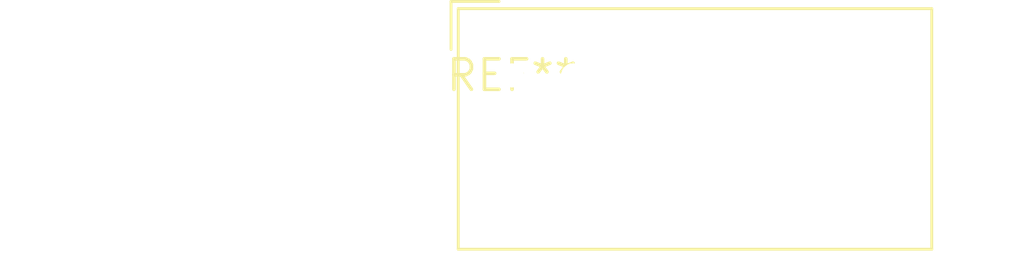
<source format=kicad_pcb>
(kicad_pcb (version 20240108) (generator pcbnew)
  (layers (0 "F.Cu" signal) (31 "B.Cu" signal) (34 "B.Paste" user) (35 "F.Paste" user) (36 "B.SilkS" user "B.Silkscreen") (37 "F.SilkS" user "F.Silkscreen") (38 "B.Mask" user) (39 "F.Mask" user) (44 "Edge.Cuts" user))
  (net 0 "")
  (footprint "Converter_DCDC_Murata_MGJ2DxxxxxxSC_THT" (layer "F.Cu") (at 0 0)
    (property "Reference" "REF**")
    (property "Value" "Converter_DCDC_Murata_MGJ2DxxxxxxSC_THT")
    (fp_line (start -2.54 -3.08) (end -0.54 -3.08) (layer "F.SilkS") (stroke (width 0.12)))
    (fp_line (start -2.54 -1.08) (end -2.54 -3.08) (layer "F.SilkS") (stroke (width 0.12)))
    (fp_line (start -2.24 -2.78) (end -2.24 7.24) (layer "F.SilkS") (stroke (width 0.12)))
    (fp_line (start -2.24 -2.78) (end 17.48 -2.78) (layer "F.SilkS") (stroke (width 0.12)))
    (fp_line (start -2.24 7.24) (end 17.48 7.24) (layer "F.SilkS") (stroke (width 0.12)))
    (fp_line (start 17.48 -2.78) (end 17.48 7.24) (layer "F.SilkS") (stroke (width 0.12)))
    (pad "1" thru_hole rect (at 0 0) (size 1.7 1.7) (drill 1) (layers *.Cu *.Mask) (remove_unused_layers))
    (pad "2" thru_hole oval (at 2.54 0) (size 1.7 1.7) (drill 1) (layers *.Cu *.Mask) (remove_unused_layers))
    (pad "5" thru_hole oval (at 10.16 0) (size 1.7 1.7) (drill 1) (layers *.Cu *.Mask) (remove_unused_layers))
    (pad "6" thru_hole oval (at 12.7 0) (size 1.7 1.6) (drill 1) (layers *.Cu *.Mask) (remove_unused_layers))
    (pad "7" thru_hole oval (at 15.24 0) (size 1.7 1.7) (drill 1) (layers *.Cu *.Mask) (remove_unused_layers))
  )
)
</source>
